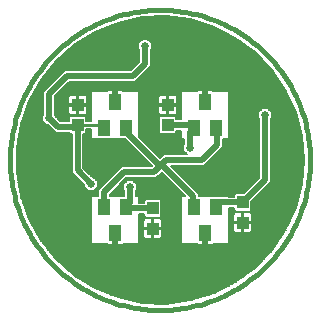
<source format=gtl>
G75*
%MOIN*%
%OFA0B0*%
%FSLAX25Y25*%
%IPPOS*%
%LPD*%
%AMOC8*
5,1,8,0,0,1.08239X$1,22.5*
%
%ADD10C,0.01600*%
%ADD11R,0.03937X0.05512*%
%ADD12R,0.03937X0.04331*%
%ADD13C,0.00600*%
%ADD14C,0.02000*%
%ADD15C,0.02578*%
%ADD16C,0.01000*%
D10*
X0046300Y0091300D02*
X0046315Y0092527D01*
X0046360Y0093753D01*
X0046435Y0094978D01*
X0046541Y0096201D01*
X0046676Y0097421D01*
X0046841Y0098637D01*
X0047036Y0099848D01*
X0047261Y0101055D01*
X0047515Y0102255D01*
X0047798Y0103449D01*
X0048111Y0104636D01*
X0048453Y0105814D01*
X0048824Y0106984D01*
X0049223Y0108144D01*
X0049650Y0109295D01*
X0050106Y0110434D01*
X0050590Y0111562D01*
X0051101Y0112678D01*
X0051639Y0113781D01*
X0052204Y0114870D01*
X0052796Y0115945D01*
X0053414Y0117005D01*
X0054057Y0118050D01*
X0054727Y0119079D01*
X0055421Y0120090D01*
X0056140Y0121085D01*
X0056883Y0122062D01*
X0057649Y0123020D01*
X0058440Y0123959D01*
X0059252Y0124878D01*
X0060088Y0125777D01*
X0060945Y0126655D01*
X0061823Y0127512D01*
X0062722Y0128348D01*
X0063641Y0129160D01*
X0064580Y0129951D01*
X0065538Y0130717D01*
X0066515Y0131460D01*
X0067510Y0132179D01*
X0068521Y0132873D01*
X0069550Y0133543D01*
X0070595Y0134186D01*
X0071655Y0134804D01*
X0072730Y0135396D01*
X0073819Y0135961D01*
X0074922Y0136499D01*
X0076038Y0137010D01*
X0077166Y0137494D01*
X0078305Y0137950D01*
X0079456Y0138377D01*
X0080616Y0138776D01*
X0081786Y0139147D01*
X0082964Y0139489D01*
X0084151Y0139802D01*
X0085345Y0140085D01*
X0086545Y0140339D01*
X0087752Y0140564D01*
X0088963Y0140759D01*
X0090179Y0140924D01*
X0091399Y0141059D01*
X0092622Y0141165D01*
X0093847Y0141240D01*
X0095073Y0141285D01*
X0096300Y0141300D01*
X0097527Y0141285D01*
X0098753Y0141240D01*
X0099978Y0141165D01*
X0101201Y0141059D01*
X0102421Y0140924D01*
X0103637Y0140759D01*
X0104848Y0140564D01*
X0106055Y0140339D01*
X0107255Y0140085D01*
X0108449Y0139802D01*
X0109636Y0139489D01*
X0110814Y0139147D01*
X0111984Y0138776D01*
X0113144Y0138377D01*
X0114295Y0137950D01*
X0115434Y0137494D01*
X0116562Y0137010D01*
X0117678Y0136499D01*
X0118781Y0135961D01*
X0119870Y0135396D01*
X0120945Y0134804D01*
X0122005Y0134186D01*
X0123050Y0133543D01*
X0124079Y0132873D01*
X0125090Y0132179D01*
X0126085Y0131460D01*
X0127062Y0130717D01*
X0128020Y0129951D01*
X0128959Y0129160D01*
X0129878Y0128348D01*
X0130777Y0127512D01*
X0131655Y0126655D01*
X0132512Y0125777D01*
X0133348Y0124878D01*
X0134160Y0123959D01*
X0134951Y0123020D01*
X0135717Y0122062D01*
X0136460Y0121085D01*
X0137179Y0120090D01*
X0137873Y0119079D01*
X0138543Y0118050D01*
X0139186Y0117005D01*
X0139804Y0115945D01*
X0140396Y0114870D01*
X0140961Y0113781D01*
X0141499Y0112678D01*
X0142010Y0111562D01*
X0142494Y0110434D01*
X0142950Y0109295D01*
X0143377Y0108144D01*
X0143776Y0106984D01*
X0144147Y0105814D01*
X0144489Y0104636D01*
X0144802Y0103449D01*
X0145085Y0102255D01*
X0145339Y0101055D01*
X0145564Y0099848D01*
X0145759Y0098637D01*
X0145924Y0097421D01*
X0146059Y0096201D01*
X0146165Y0094978D01*
X0146240Y0093753D01*
X0146285Y0092527D01*
X0146300Y0091300D01*
X0146285Y0090073D01*
X0146240Y0088847D01*
X0146165Y0087622D01*
X0146059Y0086399D01*
X0145924Y0085179D01*
X0145759Y0083963D01*
X0145564Y0082752D01*
X0145339Y0081545D01*
X0145085Y0080345D01*
X0144802Y0079151D01*
X0144489Y0077964D01*
X0144147Y0076786D01*
X0143776Y0075616D01*
X0143377Y0074456D01*
X0142950Y0073305D01*
X0142494Y0072166D01*
X0142010Y0071038D01*
X0141499Y0069922D01*
X0140961Y0068819D01*
X0140396Y0067730D01*
X0139804Y0066655D01*
X0139186Y0065595D01*
X0138543Y0064550D01*
X0137873Y0063521D01*
X0137179Y0062510D01*
X0136460Y0061515D01*
X0135717Y0060538D01*
X0134951Y0059580D01*
X0134160Y0058641D01*
X0133348Y0057722D01*
X0132512Y0056823D01*
X0131655Y0055945D01*
X0130777Y0055088D01*
X0129878Y0054252D01*
X0128959Y0053440D01*
X0128020Y0052649D01*
X0127062Y0051883D01*
X0126085Y0051140D01*
X0125090Y0050421D01*
X0124079Y0049727D01*
X0123050Y0049057D01*
X0122005Y0048414D01*
X0120945Y0047796D01*
X0119870Y0047204D01*
X0118781Y0046639D01*
X0117678Y0046101D01*
X0116562Y0045590D01*
X0115434Y0045106D01*
X0114295Y0044650D01*
X0113144Y0044223D01*
X0111984Y0043824D01*
X0110814Y0043453D01*
X0109636Y0043111D01*
X0108449Y0042798D01*
X0107255Y0042515D01*
X0106055Y0042261D01*
X0104848Y0042036D01*
X0103637Y0041841D01*
X0102421Y0041676D01*
X0101201Y0041541D01*
X0099978Y0041435D01*
X0098753Y0041360D01*
X0097527Y0041315D01*
X0096300Y0041300D01*
X0095073Y0041315D01*
X0093847Y0041360D01*
X0092622Y0041435D01*
X0091399Y0041541D01*
X0090179Y0041676D01*
X0088963Y0041841D01*
X0087752Y0042036D01*
X0086545Y0042261D01*
X0085345Y0042515D01*
X0084151Y0042798D01*
X0082964Y0043111D01*
X0081786Y0043453D01*
X0080616Y0043824D01*
X0079456Y0044223D01*
X0078305Y0044650D01*
X0077166Y0045106D01*
X0076038Y0045590D01*
X0074922Y0046101D01*
X0073819Y0046639D01*
X0072730Y0047204D01*
X0071655Y0047796D01*
X0070595Y0048414D01*
X0069550Y0049057D01*
X0068521Y0049727D01*
X0067510Y0050421D01*
X0066515Y0051140D01*
X0065538Y0051883D01*
X0064580Y0052649D01*
X0063641Y0053440D01*
X0062722Y0054252D01*
X0061823Y0055088D01*
X0060945Y0055945D01*
X0060088Y0056823D01*
X0059252Y0057722D01*
X0058440Y0058641D01*
X0057649Y0059580D01*
X0056883Y0060538D01*
X0056140Y0061515D01*
X0055421Y0062510D01*
X0054727Y0063521D01*
X0054057Y0064550D01*
X0053414Y0065595D01*
X0052796Y0066655D01*
X0052204Y0067730D01*
X0051639Y0068819D01*
X0051101Y0069922D01*
X0050590Y0071038D01*
X0050106Y0072166D01*
X0049650Y0073305D01*
X0049223Y0074456D01*
X0048824Y0075616D01*
X0048453Y0076786D01*
X0048111Y0077964D01*
X0047798Y0079151D01*
X0047515Y0080345D01*
X0047261Y0081545D01*
X0047036Y0082752D01*
X0046841Y0083963D01*
X0046676Y0085179D01*
X0046541Y0086399D01*
X0046435Y0087622D01*
X0046360Y0088847D01*
X0046315Y0090073D01*
X0046300Y0091300D01*
D11*
X0077560Y0101969D03*
X0085040Y0101969D03*
X0081300Y0110631D03*
X0107560Y0101969D03*
X0115040Y0101969D03*
X0111300Y0110631D03*
X0107560Y0075631D03*
X0115040Y0075631D03*
X0111300Y0066969D03*
X0085040Y0075631D03*
X0077560Y0075631D03*
X0081300Y0066969D03*
D12*
X0093800Y0068454D03*
X0093800Y0075146D03*
X0123800Y0077146D03*
X0123800Y0070454D03*
X0098800Y0102954D03*
X0098800Y0109646D03*
X0068800Y0109646D03*
X0068800Y0102954D03*
D13*
X0061718Y0058156D02*
X0067817Y0052789D01*
X0074735Y0048529D01*
X0082274Y0045500D01*
X0090216Y0043788D01*
X0098333Y0043443D01*
X0106392Y0044475D01*
X0114160Y0046854D01*
X0121414Y0050512D01*
X0127946Y0055343D01*
X0133568Y0061208D01*
X0138117Y0067939D01*
X0141464Y0075343D01*
X0143511Y0083205D01*
X0144200Y0091300D01*
X0133200Y0091300D01*
X0133200Y0091899D02*
X0144149Y0091899D01*
X0144098Y0092497D02*
X0133200Y0092497D01*
X0133200Y0093096D02*
X0144047Y0093096D01*
X0143996Y0093694D02*
X0133200Y0093694D01*
X0133200Y0094293D02*
X0143945Y0094293D01*
X0143894Y0094891D02*
X0133200Y0094891D01*
X0133200Y0095490D02*
X0143843Y0095490D01*
X0143792Y0096088D02*
X0133200Y0096088D01*
X0133200Y0096687D02*
X0143742Y0096687D01*
X0143691Y0097285D02*
X0133200Y0097285D01*
X0133200Y0097884D02*
X0143640Y0097884D01*
X0143589Y0098482D02*
X0133200Y0098482D01*
X0133200Y0099081D02*
X0143538Y0099081D01*
X0143511Y0099395D02*
X0144200Y0091300D01*
X0144149Y0090701D02*
X0133200Y0090701D01*
X0133200Y0090103D02*
X0144098Y0090103D01*
X0144047Y0089504D02*
X0133200Y0089504D01*
X0133200Y0088906D02*
X0143996Y0088906D01*
X0143945Y0088307D02*
X0133200Y0088307D01*
X0133200Y0087709D02*
X0143894Y0087709D01*
X0143843Y0087110D02*
X0133200Y0087110D01*
X0133200Y0086512D02*
X0143792Y0086512D01*
X0143742Y0085913D02*
X0133200Y0085913D01*
X0133200Y0085315D02*
X0143691Y0085315D01*
X0143640Y0084716D02*
X0133200Y0084716D01*
X0133200Y0084118D02*
X0143589Y0084118D01*
X0143538Y0083519D02*
X0132860Y0083519D01*
X0133200Y0083859D02*
X0133200Y0105104D01*
X0133489Y0105393D01*
X0133489Y0107207D01*
X0132207Y0108489D01*
X0130393Y0108489D01*
X0129111Y0107207D01*
X0129111Y0105393D01*
X0129400Y0105104D01*
X0129400Y0085433D01*
X0124178Y0080212D01*
X0121459Y0080212D01*
X0120931Y0079685D01*
X0120931Y0079046D01*
X0119400Y0079046D01*
X0119400Y0079049D01*
X0119049Y0079400D01*
X0109200Y0079400D01*
X0109200Y0080087D01*
X0108087Y0081200D01*
X0099887Y0089400D01*
X0111087Y0089400D01*
X0116087Y0094400D01*
X0117200Y0095513D01*
X0117200Y0098200D01*
X0119049Y0098200D01*
X0119400Y0098551D01*
X0119400Y0114049D01*
X0119049Y0114400D01*
X0114094Y0114400D01*
X0114067Y0114427D01*
X0113770Y0114598D01*
X0113440Y0114687D01*
X0111600Y0114687D01*
X0111600Y0114400D01*
X0111000Y0114400D01*
X0111000Y0114687D01*
X0109160Y0114687D01*
X0108830Y0114598D01*
X0108533Y0114427D01*
X0108506Y0114400D01*
X0103551Y0114400D01*
X0103200Y0114049D01*
X0103200Y0104854D01*
X0101668Y0104854D01*
X0101668Y0105492D01*
X0101141Y0106019D01*
X0096459Y0106019D01*
X0095931Y0105492D01*
X0095931Y0100415D01*
X0096459Y0099888D01*
X0101141Y0099888D01*
X0101668Y0100415D01*
X0101668Y0101054D01*
X0103200Y0101054D01*
X0103200Y0098551D01*
X0103551Y0098200D01*
X0104400Y0098200D01*
X0104400Y0096496D01*
X0104111Y0096207D01*
X0104111Y0094393D01*
X0105304Y0093200D01*
X0097513Y0093200D01*
X0096300Y0091987D01*
X0089400Y0098887D01*
X0089400Y0114049D01*
X0089049Y0114400D01*
X0084094Y0114400D01*
X0084067Y0114427D01*
X0083770Y0114598D01*
X0083440Y0114687D01*
X0081600Y0114687D01*
X0081600Y0114400D01*
X0081000Y0114400D01*
X0081000Y0114687D01*
X0079160Y0114687D01*
X0078830Y0114598D01*
X0078533Y0114427D01*
X0078506Y0114400D01*
X0073551Y0114400D01*
X0073200Y0114049D01*
X0073200Y0104354D01*
X0071668Y0104354D01*
X0071668Y0105492D01*
X0071141Y0106019D01*
X0066459Y0106019D01*
X0065931Y0105492D01*
X0065931Y0104200D01*
X0063087Y0104200D01*
X0061489Y0105798D01*
X0061489Y0106207D01*
X0061200Y0106496D01*
X0061200Y0112513D01*
X0066087Y0117400D01*
X0088087Y0117400D01*
X0089200Y0118513D01*
X0093200Y0122513D01*
X0093200Y0128104D01*
X0093489Y0128393D01*
X0093489Y0130207D01*
X0092207Y0131489D01*
X0090393Y0131489D01*
X0089111Y0130207D01*
X0089111Y0128393D01*
X0089400Y0128104D01*
X0089400Y0124087D01*
X0086513Y0121200D01*
X0064513Y0121200D01*
X0057400Y0114087D01*
X0057400Y0106496D01*
X0057111Y0106207D01*
X0057111Y0104393D01*
X0058393Y0103111D01*
X0058802Y0103111D01*
X0060400Y0101513D01*
X0061513Y0100400D01*
X0065947Y0100400D01*
X0066459Y0099888D01*
X0066900Y0099888D01*
X0066900Y0087013D01*
X0071111Y0082802D01*
X0071111Y0082393D01*
X0072393Y0081111D01*
X0074207Y0081111D01*
X0075489Y0082393D01*
X0075489Y0084207D01*
X0074207Y0085489D01*
X0073798Y0085489D01*
X0070700Y0088587D01*
X0070700Y0099888D01*
X0071141Y0099888D01*
X0071668Y0100415D01*
X0071668Y0101554D01*
X0073200Y0101554D01*
X0073200Y0098551D01*
X0073551Y0098200D01*
X0084713Y0098200D01*
X0093613Y0089300D01*
X0093513Y0089200D01*
X0083513Y0089200D01*
X0082400Y0088087D01*
X0075660Y0081347D01*
X0075660Y0079400D01*
X0073551Y0079400D01*
X0073200Y0079049D01*
X0073200Y0063551D01*
X0073551Y0063200D01*
X0078506Y0063200D01*
X0078533Y0063173D01*
X0078830Y0063002D01*
X0079160Y0062913D01*
X0081000Y0062913D01*
X0081000Y0063200D01*
X0081600Y0063200D01*
X0081600Y0062913D01*
X0083440Y0062913D01*
X0083770Y0063002D01*
X0084067Y0063173D01*
X0084094Y0063200D01*
X0089049Y0063200D01*
X0089400Y0063551D01*
X0089400Y0073246D01*
X0090931Y0073246D01*
X0090931Y0072608D01*
X0091459Y0072081D01*
X0096141Y0072081D01*
X0096668Y0072608D01*
X0096668Y0077685D01*
X0096141Y0078212D01*
X0091459Y0078212D01*
X0090931Y0077685D01*
X0090931Y0077046D01*
X0089400Y0077046D01*
X0089400Y0079049D01*
X0089049Y0079400D01*
X0088200Y0079400D01*
X0088200Y0081104D01*
X0088489Y0081393D01*
X0088489Y0083207D01*
X0087207Y0084489D01*
X0085393Y0084489D01*
X0084111Y0083207D01*
X0084111Y0081393D01*
X0084400Y0081104D01*
X0084400Y0079400D01*
X0079460Y0079400D01*
X0079460Y0079773D01*
X0085087Y0085400D01*
X0095087Y0085400D01*
X0096798Y0087111D01*
X0096802Y0087111D01*
X0104513Y0079400D01*
X0103551Y0079400D01*
X0103200Y0079049D01*
X0103200Y0063551D01*
X0103551Y0063200D01*
X0108506Y0063200D01*
X0108533Y0063173D01*
X0108830Y0063002D01*
X0109160Y0062913D01*
X0111000Y0062913D01*
X0111000Y0063200D01*
X0111600Y0063200D01*
X0111600Y0062913D01*
X0113440Y0062913D01*
X0113770Y0063002D01*
X0114067Y0063173D01*
X0114094Y0063200D01*
X0119049Y0063200D01*
X0119400Y0063551D01*
X0119400Y0075246D01*
X0120931Y0075246D01*
X0120931Y0074608D01*
X0121459Y0074081D01*
X0126141Y0074081D01*
X0126668Y0074608D01*
X0126668Y0077328D01*
X0133200Y0083859D01*
X0132261Y0082921D02*
X0143437Y0082921D01*
X0143511Y0083205D02*
X0143511Y0083205D01*
X0143281Y0082322D02*
X0131663Y0082322D01*
X0131064Y0081724D02*
X0143125Y0081724D01*
X0142970Y0081125D02*
X0130466Y0081125D01*
X0129867Y0080527D02*
X0142814Y0080527D01*
X0142658Y0079928D02*
X0129269Y0079928D01*
X0128670Y0079330D02*
X0142502Y0079330D01*
X0142346Y0078731D02*
X0128072Y0078731D01*
X0127473Y0078133D02*
X0142190Y0078133D01*
X0142034Y0077534D02*
X0126875Y0077534D01*
X0126668Y0076936D02*
X0141879Y0076936D01*
X0141723Y0076337D02*
X0126668Y0076337D01*
X0126668Y0075739D02*
X0141567Y0075739D01*
X0141372Y0075140D02*
X0126668Y0075140D01*
X0126602Y0074542D02*
X0141102Y0074542D01*
X0140831Y0073943D02*
X0119400Y0073943D01*
X0119400Y0073345D02*
X0120749Y0073345D01*
X0120791Y0073417D02*
X0120620Y0073121D01*
X0120531Y0072790D01*
X0120531Y0070754D01*
X0123500Y0070754D01*
X0123500Y0073919D01*
X0121660Y0073919D01*
X0121330Y0073830D01*
X0121033Y0073659D01*
X0120791Y0073417D01*
X0120531Y0072746D02*
X0119400Y0072746D01*
X0119400Y0072148D02*
X0120531Y0072148D01*
X0120531Y0071549D02*
X0119400Y0071549D01*
X0119400Y0070951D02*
X0120531Y0070951D01*
X0120531Y0070154D02*
X0120531Y0068117D01*
X0120620Y0067786D01*
X0120791Y0067490D01*
X0121033Y0067248D01*
X0121330Y0067077D01*
X0121660Y0066988D01*
X0123500Y0066988D01*
X0123500Y0070153D01*
X0124100Y0070153D01*
X0124100Y0066988D01*
X0125940Y0066988D01*
X0126270Y0067077D01*
X0126567Y0067248D01*
X0126809Y0067490D01*
X0126980Y0067786D01*
X0127068Y0068117D01*
X0127068Y0070154D01*
X0124100Y0070154D01*
X0124100Y0070754D01*
X0123500Y0070754D01*
X0123500Y0070154D01*
X0120531Y0070154D01*
X0120531Y0069754D02*
X0119400Y0069754D01*
X0119400Y0070352D02*
X0123500Y0070352D01*
X0123500Y0069754D02*
X0124100Y0069754D01*
X0124100Y0070352D02*
X0139208Y0070352D01*
X0138937Y0069754D02*
X0127068Y0069754D01*
X0127068Y0069155D02*
X0138667Y0069155D01*
X0138396Y0068557D02*
X0127068Y0068557D01*
X0127026Y0067958D02*
X0138126Y0067958D01*
X0137725Y0067360D02*
X0126678Y0067360D01*
X0124100Y0067360D02*
X0123500Y0067360D01*
X0123500Y0067958D02*
X0124100Y0067958D01*
X0124100Y0068557D02*
X0123500Y0068557D01*
X0123500Y0069155D02*
X0124100Y0069155D01*
X0124100Y0070754D02*
X0127068Y0070754D01*
X0127068Y0072790D01*
X0126980Y0073121D01*
X0126809Y0073417D01*
X0126567Y0073659D01*
X0126270Y0073830D01*
X0125940Y0073919D01*
X0124100Y0073919D01*
X0124100Y0070754D01*
X0124100Y0070951D02*
X0123500Y0070951D01*
X0123500Y0071549D02*
X0124100Y0071549D01*
X0124100Y0072148D02*
X0123500Y0072148D01*
X0123500Y0072746D02*
X0124100Y0072746D01*
X0124100Y0073345D02*
X0123500Y0073345D01*
X0120998Y0074542D02*
X0119400Y0074542D01*
X0119400Y0075140D02*
X0120931Y0075140D01*
X0120931Y0079330D02*
X0119119Y0079330D01*
X0121175Y0079928D02*
X0109200Y0079928D01*
X0108760Y0080527D02*
X0124493Y0080527D01*
X0125092Y0081125D02*
X0108162Y0081125D01*
X0107563Y0081724D02*
X0125690Y0081724D01*
X0126289Y0082322D02*
X0106965Y0082322D01*
X0106366Y0082921D02*
X0126887Y0082921D01*
X0127486Y0083519D02*
X0105768Y0083519D01*
X0105169Y0084118D02*
X0128084Y0084118D01*
X0128683Y0084716D02*
X0104571Y0084716D01*
X0103972Y0085315D02*
X0129281Y0085315D01*
X0129400Y0085913D02*
X0103374Y0085913D01*
X0102775Y0086512D02*
X0129400Y0086512D01*
X0129400Y0087110D02*
X0102177Y0087110D01*
X0101578Y0087709D02*
X0129400Y0087709D01*
X0129400Y0088307D02*
X0100980Y0088307D01*
X0100381Y0088906D02*
X0129400Y0088906D01*
X0129400Y0089504D02*
X0111191Y0089504D01*
X0111790Y0090103D02*
X0129400Y0090103D01*
X0129400Y0090701D02*
X0112388Y0090701D01*
X0112987Y0091300D02*
X0129400Y0091300D01*
X0129400Y0091899D02*
X0113586Y0091899D01*
X0114184Y0092497D02*
X0129400Y0092497D01*
X0129400Y0093096D02*
X0114783Y0093096D01*
X0115381Y0093694D02*
X0129400Y0093694D01*
X0129400Y0094293D02*
X0115980Y0094293D01*
X0116578Y0094891D02*
X0129400Y0094891D01*
X0129400Y0095490D02*
X0117177Y0095490D01*
X0117200Y0096088D02*
X0129400Y0096088D01*
X0129400Y0096687D02*
X0117200Y0096687D01*
X0117200Y0097285D02*
X0129400Y0097285D01*
X0129400Y0097884D02*
X0117200Y0097884D01*
X0119331Y0098482D02*
X0129400Y0098482D01*
X0129400Y0099081D02*
X0119400Y0099081D01*
X0119400Y0099679D02*
X0129400Y0099679D01*
X0129400Y0100278D02*
X0119400Y0100278D01*
X0119400Y0100876D02*
X0129400Y0100876D01*
X0129400Y0101475D02*
X0119400Y0101475D01*
X0119400Y0102073D02*
X0129400Y0102073D01*
X0129400Y0102672D02*
X0119400Y0102672D01*
X0119400Y0103270D02*
X0129400Y0103270D01*
X0129400Y0103869D02*
X0119400Y0103869D01*
X0119400Y0104467D02*
X0129400Y0104467D01*
X0129400Y0105066D02*
X0119400Y0105066D01*
X0119400Y0105664D02*
X0129111Y0105664D01*
X0129111Y0106263D02*
X0119400Y0106263D01*
X0119400Y0106861D02*
X0129111Y0106861D01*
X0129364Y0107460D02*
X0119400Y0107460D01*
X0119400Y0108058D02*
X0129963Y0108058D01*
X0132637Y0108058D02*
X0141102Y0108058D01*
X0141372Y0107460D02*
X0133236Y0107460D01*
X0133489Y0106861D02*
X0141567Y0106861D01*
X0141464Y0107257D02*
X0143511Y0099395D01*
X0143437Y0099679D02*
X0133200Y0099679D01*
X0133200Y0100278D02*
X0143281Y0100278D01*
X0143125Y0100876D02*
X0133200Y0100876D01*
X0133200Y0101475D02*
X0142970Y0101475D01*
X0142814Y0102073D02*
X0133200Y0102073D01*
X0133200Y0102672D02*
X0142658Y0102672D01*
X0142502Y0103270D02*
X0133200Y0103270D01*
X0133200Y0103869D02*
X0142346Y0103869D01*
X0142190Y0104467D02*
X0133200Y0104467D01*
X0133200Y0105066D02*
X0142034Y0105066D01*
X0141879Y0105664D02*
X0133489Y0105664D01*
X0133489Y0106263D02*
X0141723Y0106263D01*
X0141464Y0107257D02*
X0138117Y0114661D01*
X0133568Y0121392D01*
X0127946Y0127257D01*
X0121414Y0132088D01*
X0114160Y0135746D01*
X0106392Y0138125D01*
X0098333Y0139157D01*
X0090216Y0138812D01*
X0082274Y0137100D01*
X0074735Y0134071D01*
X0067817Y0129811D01*
X0061718Y0124444D01*
X0056614Y0118123D01*
X0052652Y0111030D01*
X0049946Y0103370D01*
X0048573Y0095362D01*
X0048573Y0087238D01*
X0049946Y0079230D01*
X0052652Y0071570D01*
X0056614Y0064477D01*
X0061718Y0058156D01*
X0061536Y0058382D02*
X0130859Y0058382D01*
X0131433Y0058980D02*
X0061053Y0058980D01*
X0060569Y0059579D02*
X0132006Y0059579D01*
X0132580Y0060177D02*
X0060086Y0060177D01*
X0059603Y0060776D02*
X0133154Y0060776D01*
X0133680Y0061374D02*
X0059120Y0061374D01*
X0058636Y0061973D02*
X0134085Y0061973D01*
X0134489Y0062571D02*
X0058153Y0062571D01*
X0057670Y0063170D02*
X0078539Y0063170D01*
X0081000Y0063170D02*
X0081600Y0063170D01*
X0084061Y0063170D02*
X0108539Y0063170D01*
X0111000Y0063170D02*
X0111600Y0063170D01*
X0114061Y0063170D02*
X0134894Y0063170D01*
X0135298Y0063768D02*
X0119400Y0063768D01*
X0119400Y0064367D02*
X0135703Y0064367D01*
X0136107Y0064966D02*
X0119400Y0064966D01*
X0119400Y0065564D02*
X0136512Y0065564D01*
X0136916Y0066163D02*
X0119400Y0066163D01*
X0119400Y0066761D02*
X0137321Y0066761D01*
X0139479Y0070951D02*
X0127068Y0070951D01*
X0127068Y0071549D02*
X0139749Y0071549D01*
X0140020Y0072148D02*
X0127068Y0072148D01*
X0127068Y0072746D02*
X0140290Y0072746D01*
X0140561Y0073345D02*
X0126851Y0073345D01*
X0120531Y0069155D02*
X0119400Y0069155D01*
X0119400Y0068557D02*
X0120531Y0068557D01*
X0120574Y0067958D02*
X0119400Y0067958D01*
X0119400Y0067360D02*
X0120922Y0067360D01*
X0130285Y0057783D02*
X0062142Y0057783D01*
X0062822Y0057185D02*
X0129712Y0057185D01*
X0129138Y0056586D02*
X0063502Y0056586D01*
X0064182Y0055988D02*
X0128565Y0055988D01*
X0127991Y0055389D02*
X0064862Y0055389D01*
X0065542Y0054791D02*
X0127200Y0054791D01*
X0126391Y0054192D02*
X0066222Y0054192D01*
X0066902Y0053594D02*
X0125582Y0053594D01*
X0124772Y0052995D02*
X0067582Y0052995D01*
X0068453Y0052397D02*
X0123963Y0052397D01*
X0123154Y0051798D02*
X0069425Y0051798D01*
X0070397Y0051200D02*
X0122345Y0051200D01*
X0121535Y0050601D02*
X0071369Y0050601D01*
X0072342Y0050003D02*
X0120405Y0050003D01*
X0119218Y0049404D02*
X0073314Y0049404D01*
X0074286Y0048806D02*
X0118031Y0048806D01*
X0116844Y0048207D02*
X0075536Y0048207D01*
X0077025Y0047609D02*
X0115656Y0047609D01*
X0114469Y0047010D02*
X0078515Y0047010D01*
X0080004Y0046412D02*
X0112715Y0046412D01*
X0110761Y0045813D02*
X0081494Y0045813D01*
X0083596Y0045215D02*
X0108806Y0045215D01*
X0106852Y0044616D02*
X0086373Y0044616D01*
X0089150Y0044018D02*
X0102819Y0044018D01*
X0103200Y0063768D02*
X0089400Y0063768D01*
X0089400Y0064367D02*
X0103200Y0064367D01*
X0103200Y0064966D02*
X0089400Y0064966D01*
X0089400Y0065564D02*
X0090748Y0065564D01*
X0090791Y0065490D02*
X0091033Y0065248D01*
X0091330Y0065077D01*
X0091660Y0064988D01*
X0093500Y0064988D01*
X0093500Y0068153D01*
X0094100Y0068153D01*
X0094100Y0064988D01*
X0095940Y0064988D01*
X0096270Y0065077D01*
X0096567Y0065248D01*
X0096809Y0065490D01*
X0096980Y0065786D01*
X0097068Y0066117D01*
X0097068Y0068154D01*
X0094100Y0068154D01*
X0094100Y0068754D01*
X0093500Y0068754D01*
X0093500Y0071919D01*
X0091660Y0071919D01*
X0091330Y0071830D01*
X0091033Y0071659D01*
X0090791Y0071417D01*
X0090620Y0071121D01*
X0090531Y0070790D01*
X0090531Y0068754D01*
X0093500Y0068754D01*
X0093500Y0068154D01*
X0090531Y0068154D01*
X0090531Y0066117D01*
X0090620Y0065786D01*
X0090791Y0065490D01*
X0090531Y0066163D02*
X0089400Y0066163D01*
X0089400Y0066761D02*
X0090531Y0066761D01*
X0090531Y0067360D02*
X0089400Y0067360D01*
X0089400Y0067958D02*
X0090531Y0067958D01*
X0090531Y0069155D02*
X0089400Y0069155D01*
X0089400Y0068557D02*
X0093500Y0068557D01*
X0093500Y0069155D02*
X0094100Y0069155D01*
X0094100Y0068754D02*
X0094100Y0071919D01*
X0095940Y0071919D01*
X0096270Y0071830D01*
X0096567Y0071659D01*
X0096809Y0071417D01*
X0096980Y0071121D01*
X0097068Y0070790D01*
X0097068Y0068754D01*
X0094100Y0068754D01*
X0094100Y0068557D02*
X0103200Y0068557D01*
X0103200Y0069155D02*
X0097068Y0069155D01*
X0097068Y0069754D02*
X0103200Y0069754D01*
X0103200Y0070352D02*
X0097068Y0070352D01*
X0097025Y0070951D02*
X0103200Y0070951D01*
X0103200Y0071549D02*
X0096677Y0071549D01*
X0096208Y0072148D02*
X0103200Y0072148D01*
X0103200Y0072746D02*
X0096668Y0072746D01*
X0096668Y0073345D02*
X0103200Y0073345D01*
X0103200Y0073943D02*
X0096668Y0073943D01*
X0096668Y0074542D02*
X0103200Y0074542D01*
X0103200Y0075140D02*
X0096668Y0075140D01*
X0096668Y0075739D02*
X0103200Y0075739D01*
X0103200Y0076337D02*
X0096668Y0076337D01*
X0096668Y0076936D02*
X0103200Y0076936D01*
X0103200Y0077534D02*
X0096668Y0077534D01*
X0096220Y0078133D02*
X0103200Y0078133D01*
X0103200Y0078731D02*
X0089400Y0078731D01*
X0089400Y0078133D02*
X0091380Y0078133D01*
X0090931Y0077534D02*
X0089400Y0077534D01*
X0089119Y0079330D02*
X0103481Y0079330D01*
X0103985Y0079928D02*
X0088200Y0079928D01*
X0088200Y0080527D02*
X0103386Y0080527D01*
X0102788Y0081125D02*
X0088221Y0081125D01*
X0088489Y0081724D02*
X0102189Y0081724D01*
X0101591Y0082322D02*
X0088489Y0082322D01*
X0088489Y0082921D02*
X0100992Y0082921D01*
X0100394Y0083519D02*
X0088176Y0083519D01*
X0087578Y0084118D02*
X0099795Y0084118D01*
X0099197Y0084716D02*
X0084403Y0084716D01*
X0083805Y0084118D02*
X0085022Y0084118D01*
X0084424Y0083519D02*
X0083206Y0083519D01*
X0082608Y0082921D02*
X0084111Y0082921D01*
X0084111Y0082322D02*
X0082009Y0082322D01*
X0081411Y0081724D02*
X0084111Y0081724D01*
X0084379Y0081125D02*
X0080812Y0081125D01*
X0080214Y0080527D02*
X0084400Y0080527D01*
X0084400Y0079928D02*
X0079615Y0079928D01*
X0076635Y0082322D02*
X0075418Y0082322D01*
X0075489Y0082921D02*
X0077234Y0082921D01*
X0077832Y0083519D02*
X0075489Y0083519D01*
X0075489Y0084118D02*
X0078431Y0084118D01*
X0079029Y0084716D02*
X0074979Y0084716D01*
X0074381Y0085315D02*
X0079628Y0085315D01*
X0080226Y0085913D02*
X0073374Y0085913D01*
X0072775Y0086512D02*
X0080825Y0086512D01*
X0081423Y0087110D02*
X0072177Y0087110D01*
X0071578Y0087709D02*
X0082022Y0087709D01*
X0082620Y0088307D02*
X0070980Y0088307D01*
X0070700Y0088906D02*
X0083219Y0088906D01*
X0085002Y0085315D02*
X0098598Y0085315D01*
X0098000Y0085913D02*
X0095600Y0085913D01*
X0096199Y0086512D02*
X0097401Y0086512D01*
X0096803Y0087110D02*
X0096797Y0087110D01*
X0093409Y0089504D02*
X0070700Y0089504D01*
X0070700Y0090103D02*
X0092810Y0090103D01*
X0092212Y0090701D02*
X0070700Y0090701D01*
X0070700Y0091300D02*
X0091613Y0091300D01*
X0091014Y0091899D02*
X0070700Y0091899D01*
X0070700Y0092497D02*
X0090416Y0092497D01*
X0089817Y0093096D02*
X0070700Y0093096D01*
X0070700Y0093694D02*
X0089219Y0093694D01*
X0088620Y0094293D02*
X0070700Y0094293D01*
X0070700Y0094891D02*
X0088022Y0094891D01*
X0087423Y0095490D02*
X0070700Y0095490D01*
X0070700Y0096088D02*
X0086825Y0096088D01*
X0086226Y0096687D02*
X0070700Y0096687D01*
X0070700Y0097285D02*
X0085628Y0097285D01*
X0085029Y0097884D02*
X0070700Y0097884D01*
X0070700Y0098482D02*
X0073269Y0098482D01*
X0073200Y0099081D02*
X0070700Y0099081D01*
X0070700Y0099679D02*
X0073200Y0099679D01*
X0073200Y0100278D02*
X0071531Y0100278D01*
X0071668Y0100876D02*
X0073200Y0100876D01*
X0073200Y0101475D02*
X0071668Y0101475D01*
X0071668Y0104467D02*
X0073200Y0104467D01*
X0073200Y0105066D02*
X0071668Y0105066D01*
X0071496Y0105664D02*
X0073200Y0105664D01*
X0073200Y0106263D02*
X0071244Y0106263D01*
X0071270Y0106270D02*
X0071567Y0106441D01*
X0071809Y0106683D01*
X0071980Y0106979D01*
X0072068Y0107310D01*
X0072068Y0109346D01*
X0069100Y0109346D01*
X0069100Y0106181D01*
X0070940Y0106181D01*
X0071270Y0106270D01*
X0071912Y0106861D02*
X0073200Y0106861D01*
X0073200Y0107460D02*
X0072068Y0107460D01*
X0072068Y0108058D02*
X0073200Y0108058D01*
X0073200Y0108657D02*
X0072068Y0108657D01*
X0072068Y0109255D02*
X0073200Y0109255D01*
X0073200Y0109854D02*
X0069100Y0109854D01*
X0069100Y0109946D02*
X0072068Y0109946D01*
X0072068Y0111983D01*
X0071980Y0112314D01*
X0071809Y0112610D01*
X0071567Y0112852D01*
X0071270Y0113023D01*
X0070940Y0113112D01*
X0069100Y0113112D01*
X0069100Y0109946D01*
X0069100Y0109346D01*
X0068500Y0109346D01*
X0068500Y0106181D01*
X0066660Y0106181D01*
X0066330Y0106270D01*
X0066033Y0106441D01*
X0065791Y0106683D01*
X0065620Y0106979D01*
X0065531Y0107310D01*
X0065531Y0109346D01*
X0068500Y0109346D01*
X0068500Y0109946D01*
X0065531Y0109946D01*
X0065531Y0111983D01*
X0065620Y0112314D01*
X0065791Y0112610D01*
X0066033Y0112852D01*
X0066330Y0113023D01*
X0066660Y0113112D01*
X0068500Y0113112D01*
X0068500Y0109946D01*
X0069100Y0109946D01*
X0069100Y0110452D02*
X0068500Y0110452D01*
X0068500Y0109854D02*
X0061200Y0109854D01*
X0061200Y0110452D02*
X0065531Y0110452D01*
X0065531Y0111051D02*
X0061200Y0111051D01*
X0061200Y0111649D02*
X0065531Y0111649D01*
X0065602Y0112248D02*
X0061200Y0112248D01*
X0061533Y0112846D02*
X0066028Y0112846D01*
X0068500Y0112846D02*
X0069100Y0112846D01*
X0069100Y0112248D02*
X0068500Y0112248D01*
X0068500Y0111649D02*
X0069100Y0111649D01*
X0069100Y0111051D02*
X0068500Y0111051D01*
X0068500Y0109255D02*
X0069100Y0109255D01*
X0069100Y0108657D02*
X0068500Y0108657D01*
X0068500Y0108058D02*
X0069100Y0108058D01*
X0069100Y0107460D02*
X0068500Y0107460D01*
X0068500Y0106861D02*
X0069100Y0106861D01*
X0069100Y0106263D02*
X0068500Y0106263D01*
X0066356Y0106263D02*
X0061433Y0106263D01*
X0061623Y0105664D02*
X0066104Y0105664D01*
X0065931Y0105066D02*
X0062221Y0105066D01*
X0062820Y0104467D02*
X0065931Y0104467D01*
X0065688Y0106861D02*
X0061200Y0106861D01*
X0061200Y0107460D02*
X0065531Y0107460D01*
X0065531Y0108058D02*
X0061200Y0108058D01*
X0061200Y0108657D02*
X0065531Y0108657D01*
X0065531Y0109255D02*
X0061200Y0109255D01*
X0057400Y0109255D02*
X0052025Y0109255D01*
X0051814Y0108657D02*
X0057400Y0108657D01*
X0057400Y0108058D02*
X0051602Y0108058D01*
X0051391Y0107460D02*
X0057400Y0107460D01*
X0057400Y0106861D02*
X0051179Y0106861D01*
X0050968Y0106263D02*
X0057167Y0106263D01*
X0057111Y0105664D02*
X0050756Y0105664D01*
X0050545Y0105066D02*
X0057111Y0105066D01*
X0057111Y0104467D02*
X0050333Y0104467D01*
X0050122Y0103869D02*
X0057636Y0103869D01*
X0058234Y0103270D02*
X0049929Y0103270D01*
X0049826Y0102672D02*
X0059241Y0102672D01*
X0059840Y0102073D02*
X0049723Y0102073D01*
X0049621Y0101475D02*
X0060438Y0101475D01*
X0061037Y0100876D02*
X0049518Y0100876D01*
X0049415Y0100278D02*
X0066069Y0100278D01*
X0066900Y0099679D02*
X0049313Y0099679D01*
X0049210Y0099081D02*
X0066900Y0099081D01*
X0066900Y0098482D02*
X0049108Y0098482D01*
X0049005Y0097884D02*
X0066900Y0097884D01*
X0066900Y0097285D02*
X0048902Y0097285D01*
X0048800Y0096687D02*
X0066900Y0096687D01*
X0066900Y0096088D02*
X0048697Y0096088D01*
X0048594Y0095490D02*
X0066900Y0095490D01*
X0066900Y0094891D02*
X0048573Y0094891D01*
X0048573Y0094293D02*
X0066900Y0094293D01*
X0066900Y0093694D02*
X0048573Y0093694D01*
X0048573Y0093096D02*
X0066900Y0093096D01*
X0066900Y0092497D02*
X0048573Y0092497D01*
X0048573Y0091899D02*
X0066900Y0091899D01*
X0066900Y0091300D02*
X0048573Y0091300D01*
X0048573Y0090701D02*
X0066900Y0090701D01*
X0066900Y0090103D02*
X0048573Y0090103D01*
X0048573Y0089504D02*
X0066900Y0089504D01*
X0066900Y0088906D02*
X0048573Y0088906D01*
X0048573Y0088307D02*
X0066900Y0088307D01*
X0066900Y0087709D02*
X0048573Y0087709D01*
X0048594Y0087110D02*
X0066900Y0087110D01*
X0067401Y0086512D02*
X0048697Y0086512D01*
X0048800Y0085913D02*
X0068000Y0085913D01*
X0068598Y0085315D02*
X0048902Y0085315D01*
X0049005Y0084716D02*
X0069197Y0084716D01*
X0069795Y0084118D02*
X0049108Y0084118D01*
X0049210Y0083519D02*
X0070394Y0083519D01*
X0070992Y0082921D02*
X0049313Y0082921D01*
X0049415Y0082322D02*
X0071182Y0082322D01*
X0071780Y0081724D02*
X0049518Y0081724D01*
X0049621Y0081125D02*
X0072379Y0081125D01*
X0074221Y0081125D02*
X0075660Y0081125D01*
X0075660Y0080527D02*
X0049723Y0080527D01*
X0049826Y0079928D02*
X0075660Y0079928D01*
X0076037Y0081724D02*
X0074819Y0081724D01*
X0073481Y0079330D02*
X0049929Y0079330D01*
X0050122Y0078731D02*
X0073200Y0078731D01*
X0073200Y0078133D02*
X0050333Y0078133D01*
X0050545Y0077534D02*
X0073200Y0077534D01*
X0073200Y0076936D02*
X0050756Y0076936D01*
X0050968Y0076337D02*
X0073200Y0076337D01*
X0073200Y0075739D02*
X0051179Y0075739D01*
X0051391Y0075140D02*
X0073200Y0075140D01*
X0073200Y0074542D02*
X0051602Y0074542D01*
X0051814Y0073943D02*
X0073200Y0073943D01*
X0073200Y0073345D02*
X0052025Y0073345D01*
X0052237Y0072746D02*
X0073200Y0072746D01*
X0073200Y0072148D02*
X0052448Y0072148D01*
X0052664Y0071549D02*
X0073200Y0071549D01*
X0073200Y0070951D02*
X0052998Y0070951D01*
X0053332Y0070352D02*
X0073200Y0070352D01*
X0073200Y0069754D02*
X0053667Y0069754D01*
X0054001Y0069155D02*
X0073200Y0069155D01*
X0073200Y0068557D02*
X0054336Y0068557D01*
X0054670Y0067958D02*
X0073200Y0067958D01*
X0073200Y0067360D02*
X0055004Y0067360D01*
X0055339Y0066761D02*
X0073200Y0066761D01*
X0073200Y0066163D02*
X0055673Y0066163D01*
X0056007Y0065564D02*
X0073200Y0065564D01*
X0073200Y0064966D02*
X0056342Y0064966D01*
X0056703Y0064367D02*
X0073200Y0064367D01*
X0073200Y0063768D02*
X0057187Y0063768D01*
X0089400Y0069754D02*
X0090531Y0069754D01*
X0090531Y0070352D02*
X0089400Y0070352D01*
X0089400Y0070951D02*
X0090575Y0070951D01*
X0090923Y0071549D02*
X0089400Y0071549D01*
X0089400Y0072148D02*
X0091392Y0072148D01*
X0090931Y0072746D02*
X0089400Y0072746D01*
X0093500Y0071549D02*
X0094100Y0071549D01*
X0094100Y0070951D02*
X0093500Y0070951D01*
X0093500Y0070352D02*
X0094100Y0070352D01*
X0094100Y0069754D02*
X0093500Y0069754D01*
X0093500Y0067958D02*
X0094100Y0067958D01*
X0094100Y0067360D02*
X0093500Y0067360D01*
X0093500Y0066761D02*
X0094100Y0066761D01*
X0094100Y0066163D02*
X0093500Y0066163D01*
X0093500Y0065564D02*
X0094100Y0065564D01*
X0096852Y0065564D02*
X0103200Y0065564D01*
X0103200Y0066163D02*
X0097068Y0066163D01*
X0097068Y0066761D02*
X0103200Y0066761D01*
X0103200Y0067360D02*
X0097068Y0067360D01*
X0097068Y0067958D02*
X0103200Y0067958D01*
X0096810Y0092497D02*
X0095790Y0092497D01*
X0095191Y0093096D02*
X0097409Y0093096D01*
X0094593Y0093694D02*
X0104810Y0093694D01*
X0104212Y0094293D02*
X0093994Y0094293D01*
X0093396Y0094891D02*
X0104111Y0094891D01*
X0104111Y0095490D02*
X0092797Y0095490D01*
X0092199Y0096088D02*
X0104111Y0096088D01*
X0104400Y0096687D02*
X0091600Y0096687D01*
X0091002Y0097285D02*
X0104400Y0097285D01*
X0104400Y0097884D02*
X0090403Y0097884D01*
X0089805Y0098482D02*
X0103269Y0098482D01*
X0103200Y0099081D02*
X0089400Y0099081D01*
X0089400Y0099679D02*
X0103200Y0099679D01*
X0103200Y0100278D02*
X0101531Y0100278D01*
X0101668Y0100876D02*
X0103200Y0100876D01*
X0103200Y0105066D02*
X0101668Y0105066D01*
X0101496Y0105664D02*
X0103200Y0105664D01*
X0103200Y0106263D02*
X0101244Y0106263D01*
X0101270Y0106270D02*
X0101567Y0106441D01*
X0101809Y0106683D01*
X0101980Y0106979D01*
X0102068Y0107310D01*
X0102068Y0109346D01*
X0099100Y0109346D01*
X0099100Y0106181D01*
X0100940Y0106181D01*
X0101270Y0106270D01*
X0101912Y0106861D02*
X0103200Y0106861D01*
X0103200Y0107460D02*
X0102068Y0107460D01*
X0102068Y0108058D02*
X0103200Y0108058D01*
X0103200Y0108657D02*
X0102068Y0108657D01*
X0102068Y0109255D02*
X0103200Y0109255D01*
X0103200Y0109854D02*
X0099100Y0109854D01*
X0099100Y0109946D02*
X0102068Y0109946D01*
X0102068Y0111983D01*
X0101980Y0112314D01*
X0101809Y0112610D01*
X0101567Y0112852D01*
X0101270Y0113023D01*
X0100940Y0113112D01*
X0099100Y0113112D01*
X0099100Y0109946D01*
X0099100Y0109346D01*
X0098500Y0109346D01*
X0098500Y0106181D01*
X0096660Y0106181D01*
X0096330Y0106270D01*
X0096033Y0106441D01*
X0095791Y0106683D01*
X0095620Y0106979D01*
X0095531Y0107310D01*
X0095531Y0109346D01*
X0098500Y0109346D01*
X0098500Y0109946D01*
X0095531Y0109946D01*
X0095531Y0111983D01*
X0095620Y0112314D01*
X0095791Y0112610D01*
X0096033Y0112852D01*
X0096330Y0113023D01*
X0096660Y0113112D01*
X0098500Y0113112D01*
X0098500Y0109946D01*
X0099100Y0109946D01*
X0099100Y0110452D02*
X0098500Y0110452D01*
X0098500Y0109854D02*
X0089400Y0109854D01*
X0089400Y0110452D02*
X0095531Y0110452D01*
X0095531Y0111051D02*
X0089400Y0111051D01*
X0089400Y0111649D02*
X0095531Y0111649D01*
X0095602Y0112248D02*
X0089400Y0112248D01*
X0089400Y0112846D02*
X0096028Y0112846D01*
X0098500Y0112846D02*
X0099100Y0112846D01*
X0099100Y0112248D02*
X0098500Y0112248D01*
X0098500Y0111649D02*
X0099100Y0111649D01*
X0099100Y0111051D02*
X0098500Y0111051D01*
X0098500Y0109255D02*
X0099100Y0109255D01*
X0099100Y0108657D02*
X0098500Y0108657D01*
X0098500Y0108058D02*
X0099100Y0108058D01*
X0099100Y0107460D02*
X0098500Y0107460D01*
X0098500Y0106861D02*
X0099100Y0106861D01*
X0099100Y0106263D02*
X0098500Y0106263D01*
X0096356Y0106263D02*
X0089400Y0106263D01*
X0089400Y0106861D02*
X0095688Y0106861D01*
X0095531Y0107460D02*
X0089400Y0107460D01*
X0089400Y0108058D02*
X0095531Y0108058D01*
X0095531Y0108657D02*
X0089400Y0108657D01*
X0089400Y0109255D02*
X0095531Y0109255D01*
X0096104Y0105664D02*
X0089400Y0105664D01*
X0089400Y0105066D02*
X0095931Y0105066D01*
X0095931Y0104467D02*
X0089400Y0104467D01*
X0089400Y0103869D02*
X0095931Y0103869D01*
X0095931Y0103270D02*
X0089400Y0103270D01*
X0089400Y0102672D02*
X0095931Y0102672D01*
X0095931Y0102073D02*
X0089400Y0102073D01*
X0089400Y0101475D02*
X0095931Y0101475D01*
X0095931Y0100876D02*
X0089400Y0100876D01*
X0089400Y0100278D02*
X0096069Y0100278D01*
X0102068Y0110452D02*
X0103200Y0110452D01*
X0103200Y0111051D02*
X0102068Y0111051D01*
X0102068Y0111649D02*
X0103200Y0111649D01*
X0103200Y0112248D02*
X0101998Y0112248D01*
X0101572Y0112846D02*
X0103200Y0112846D01*
X0103200Y0113445D02*
X0089400Y0113445D01*
X0089400Y0114043D02*
X0103200Y0114043D01*
X0108994Y0114642D02*
X0083606Y0114642D01*
X0081600Y0114642D02*
X0081000Y0114642D01*
X0078994Y0114642D02*
X0063329Y0114642D01*
X0063927Y0115240D02*
X0137725Y0115240D01*
X0138126Y0114642D02*
X0113606Y0114642D01*
X0111600Y0114642D02*
X0111000Y0114642D01*
X0119400Y0114043D02*
X0138396Y0114043D01*
X0138667Y0113445D02*
X0119400Y0113445D01*
X0119400Y0112846D02*
X0138937Y0112846D01*
X0139208Y0112248D02*
X0119400Y0112248D01*
X0119400Y0111649D02*
X0139479Y0111649D01*
X0139749Y0111051D02*
X0119400Y0111051D01*
X0119400Y0110452D02*
X0140020Y0110452D01*
X0140290Y0109854D02*
X0119400Y0109854D01*
X0119400Y0109255D02*
X0140561Y0109255D01*
X0140831Y0108657D02*
X0119400Y0108657D01*
X0134894Y0119430D02*
X0090117Y0119430D01*
X0089519Y0118832D02*
X0135298Y0118832D01*
X0135703Y0118233D02*
X0088920Y0118233D01*
X0088321Y0117634D02*
X0136107Y0117634D01*
X0136512Y0117036D02*
X0065723Y0117036D01*
X0065124Y0116437D02*
X0136916Y0116437D01*
X0137321Y0115839D02*
X0064526Y0115839D01*
X0062730Y0114043D02*
X0073200Y0114043D01*
X0073200Y0113445D02*
X0062132Y0113445D01*
X0059152Y0115839D02*
X0055339Y0115839D01*
X0055673Y0116437D02*
X0059750Y0116437D01*
X0060349Y0117036D02*
X0056007Y0117036D01*
X0056342Y0117634D02*
X0060948Y0117634D01*
X0061546Y0118233D02*
X0056703Y0118233D01*
X0057187Y0118832D02*
X0062145Y0118832D01*
X0062743Y0119430D02*
X0057670Y0119430D01*
X0058153Y0120029D02*
X0063342Y0120029D01*
X0063940Y0120627D02*
X0058636Y0120627D01*
X0059120Y0121226D02*
X0086539Y0121226D01*
X0087137Y0121824D02*
X0059603Y0121824D01*
X0060086Y0122423D02*
X0087736Y0122423D01*
X0088334Y0123021D02*
X0060569Y0123021D01*
X0061053Y0123620D02*
X0088933Y0123620D01*
X0089400Y0124218D02*
X0061536Y0124218D01*
X0062142Y0124817D02*
X0089400Y0124817D01*
X0089400Y0125415D02*
X0062822Y0125415D01*
X0063502Y0126014D02*
X0089400Y0126014D01*
X0089400Y0126612D02*
X0064182Y0126612D01*
X0064862Y0127211D02*
X0089400Y0127211D01*
X0089400Y0127809D02*
X0065542Y0127809D01*
X0066222Y0128408D02*
X0089111Y0128408D01*
X0089111Y0129006D02*
X0066902Y0129006D01*
X0067582Y0129605D02*
X0089111Y0129605D01*
X0089111Y0130203D02*
X0068453Y0130203D01*
X0069425Y0130802D02*
X0089706Y0130802D01*
X0090305Y0131400D02*
X0070397Y0131400D01*
X0071369Y0131999D02*
X0121535Y0131999D01*
X0122345Y0131400D02*
X0092295Y0131400D01*
X0092894Y0130802D02*
X0123154Y0130802D01*
X0123963Y0130203D02*
X0093489Y0130203D01*
X0093489Y0129605D02*
X0124772Y0129605D01*
X0125581Y0129006D02*
X0093489Y0129006D01*
X0093489Y0128408D02*
X0126391Y0128408D01*
X0127200Y0127809D02*
X0093200Y0127809D01*
X0093200Y0127211D02*
X0127991Y0127211D01*
X0128565Y0126612D02*
X0093200Y0126612D01*
X0093200Y0126014D02*
X0129138Y0126014D01*
X0129712Y0125415D02*
X0093200Y0125415D01*
X0093200Y0124817D02*
X0130285Y0124817D01*
X0130859Y0124218D02*
X0093200Y0124218D01*
X0093200Y0123620D02*
X0131433Y0123620D01*
X0132006Y0123021D02*
X0093200Y0123021D01*
X0093110Y0122423D02*
X0132580Y0122423D01*
X0133154Y0121824D02*
X0092511Y0121824D01*
X0091913Y0121226D02*
X0133680Y0121226D01*
X0134085Y0120627D02*
X0091314Y0120627D01*
X0090716Y0120029D02*
X0134489Y0120029D01*
X0120405Y0132597D02*
X0072342Y0132597D01*
X0073314Y0133196D02*
X0119218Y0133196D01*
X0118031Y0133794D02*
X0074286Y0133794D01*
X0075536Y0134393D02*
X0116843Y0134393D01*
X0115656Y0134991D02*
X0077025Y0134991D01*
X0078515Y0135590D02*
X0114469Y0135590D01*
X0112715Y0136188D02*
X0080004Y0136188D01*
X0081494Y0136787D02*
X0110761Y0136787D01*
X0108806Y0137385D02*
X0083596Y0137385D01*
X0086373Y0137984D02*
X0106852Y0137984D01*
X0102819Y0138582D02*
X0089150Y0138582D01*
X0058553Y0115240D02*
X0055004Y0115240D01*
X0054670Y0114642D02*
X0057955Y0114642D01*
X0057400Y0114043D02*
X0054336Y0114043D01*
X0054001Y0113445D02*
X0057400Y0113445D01*
X0057400Y0112846D02*
X0053667Y0112846D01*
X0053332Y0112248D02*
X0057400Y0112248D01*
X0057400Y0111649D02*
X0052998Y0111649D01*
X0052664Y0111051D02*
X0057400Y0111051D01*
X0057400Y0110452D02*
X0052448Y0110452D01*
X0052237Y0109854D02*
X0057400Y0109854D01*
X0071572Y0112846D02*
X0073200Y0112846D01*
X0073200Y0112248D02*
X0071998Y0112248D01*
X0072068Y0111649D02*
X0073200Y0111649D01*
X0073200Y0111051D02*
X0072068Y0111051D01*
X0072068Y0110452D02*
X0073200Y0110452D01*
D14*
X0081300Y0110631D02*
X0081300Y0116300D01*
X0087300Y0119300D02*
X0065300Y0119300D01*
X0059300Y0113300D01*
X0059300Y0105300D01*
X0062300Y0102300D01*
X0068146Y0102300D01*
X0068800Y0102954D02*
X0068800Y0087800D01*
X0073300Y0083300D01*
X0077560Y0080560D02*
X0084300Y0087300D01*
X0094300Y0087300D01*
X0096300Y0089300D01*
X0085040Y0100560D01*
X0098800Y0102954D02*
X0106576Y0102954D01*
X0106300Y0100709D02*
X0106300Y0095300D01*
X0110300Y0091300D02*
X0115300Y0096300D01*
X0115300Y0101300D01*
X0111300Y0110631D02*
X0111300Y0116300D01*
X0091300Y0123300D02*
X0087300Y0119300D01*
X0091300Y0123300D02*
X0091300Y0129300D01*
X0131300Y0106300D02*
X0131300Y0084646D01*
X0123800Y0077146D01*
X0116556Y0077146D01*
X0107300Y0075891D02*
X0107300Y0079300D01*
X0097300Y0089300D01*
X0096300Y0089300D02*
X0098300Y0091300D01*
X0110300Y0091300D01*
X0093800Y0075146D02*
X0085524Y0075146D01*
X0086300Y0076891D02*
X0086300Y0082300D01*
X0077560Y0080560D02*
X0077560Y0075631D01*
X0081300Y0066969D02*
X0081300Y0061300D01*
X0111300Y0061300D02*
X0111300Y0066969D01*
D15*
X0126300Y0060300D03*
X0137300Y0081300D03*
X0131300Y0106300D03*
X0106300Y0095300D03*
X0096300Y0089300D03*
X0086300Y0082300D03*
X0073300Y0083300D03*
X0056300Y0081300D03*
X0067300Y0059300D03*
X0059300Y0105300D03*
X0076300Y0128300D03*
X0091300Y0129300D03*
D16*
X0085040Y0101969D02*
X0085040Y0100560D01*
X0077560Y0101969D02*
X0076576Y0102954D01*
X0068800Y0102954D01*
X0068146Y0102300D01*
X0096300Y0089300D02*
X0097300Y0089300D01*
X0106300Y0100709D02*
X0107560Y0101969D01*
X0106576Y0102954D01*
X0114300Y0101229D02*
X0114835Y0101765D01*
X0115300Y0101300D01*
X0114835Y0101765D02*
X0115040Y0101969D01*
X0116556Y0077146D02*
X0115040Y0075631D01*
X0107560Y0075631D02*
X0107300Y0075891D01*
X0086556Y0077146D02*
X0086300Y0076891D01*
X0085040Y0075631D01*
X0085524Y0075146D01*
M02*

</source>
